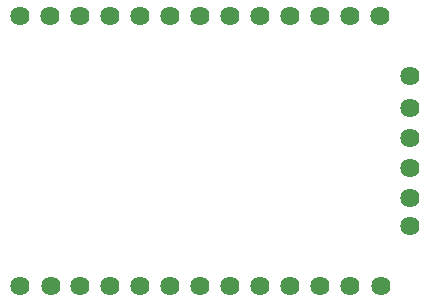
<source format=gbs>
G04 Layer: BottomSolderMaskLayer*
G04 EasyEDA v6.5.3, 2022-04-19 22:15:57*
G04 160cfc1a8d0c4c478010f6dc8366fd90,3d704182bbbd40308880d08212c7ad4d,10*
G04 Gerber Generator version 0.2*
G04 Scale: 100 percent, Rotated: No, Reflected: No *
G04 Dimensions in inches *
G04 leading zeros omitted , absolute positions ,3 integer and 6 decimal *
%FSLAX36Y36*%
%MOIN*%

%ADD44C,0.0640*%

%LPD*%
D44*
G01*
X400000Y3300000D03*
G01*
X500000Y3300000D03*
G01*
X600000Y3300000D03*
G01*
X700000Y3300000D03*
G01*
X800000Y3300000D03*
G01*
X900000Y3300000D03*
G01*
X1000000Y3300000D03*
G01*
X1100000Y3300000D03*
G01*
X1200000Y3300000D03*
G01*
X1300000Y3300000D03*
G01*
X1400000Y3300000D03*
G01*
X1500000Y3300000D03*
G01*
X1600000Y3300000D03*
G01*
X505000Y2400000D03*
G01*
X600000Y2400000D03*
G01*
X700000Y2400000D03*
G01*
X800000Y2400000D03*
G01*
X900000Y2400000D03*
G01*
X1000000Y2400000D03*
G01*
X1100000Y2400000D03*
G01*
X1200000Y2400000D03*
G01*
X1300000Y2400000D03*
G01*
X1400000Y2400000D03*
G01*
X1500000Y2400000D03*
G01*
X1605280Y2401579D03*
G01*
X1700000Y3100000D03*
G01*
X1701580Y2994720D03*
G01*
X1701580Y2894720D03*
G01*
X1701580Y2794720D03*
G01*
X1701580Y2694720D03*
G01*
X1700000Y2600000D03*
G01*
X400000Y2400000D03*
M02*

</source>
